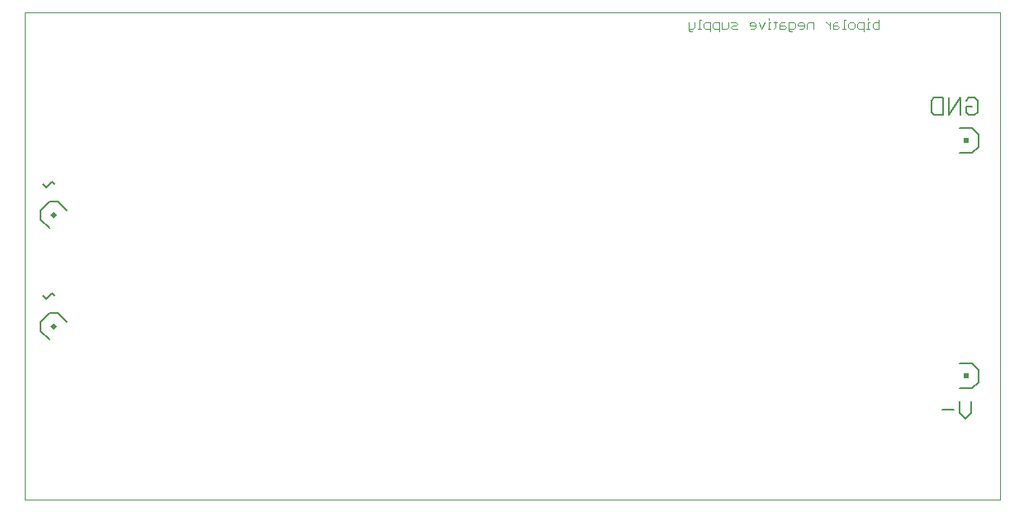
<source format=gbo>
G75*
%MOIN*%
%OFA0B0*%
%FSLAX25Y25*%
%IPPOS*%
%LPD*%
%AMOC8*
5,1,8,0,0,1.08239X$1,22.5*
%
%ADD10C,0.00300*%
%ADD11C,0.00600*%
%ADD12C,0.00000*%
%ADD13C,0.00800*%
%ADD14R,0.02000X0.02000*%
%ADD15R,0.02000X0.02000*%
D10*
X0273141Y0200555D02*
X0273758Y0199938D01*
X0274375Y0199938D01*
X0273141Y0200555D02*
X0273141Y0203641D01*
X0273141Y0201172D02*
X0274993Y0201172D01*
X0275610Y0201789D01*
X0275610Y0203641D01*
X0277448Y0204875D02*
X0277448Y0201172D01*
X0278065Y0201172D02*
X0276831Y0201172D01*
X0279280Y0201789D02*
X0279897Y0201172D01*
X0281748Y0201172D01*
X0281748Y0199938D02*
X0281748Y0203641D01*
X0279897Y0203641D01*
X0279280Y0203024D01*
X0279280Y0201789D01*
X0278065Y0204875D02*
X0277448Y0204875D01*
X0282963Y0203024D02*
X0282963Y0201789D01*
X0283580Y0201172D01*
X0285432Y0201172D01*
X0286646Y0201172D02*
X0286646Y0203641D01*
X0285432Y0203641D02*
X0283580Y0203641D01*
X0282963Y0203024D01*
X0285432Y0203641D02*
X0285432Y0199938D01*
X0286646Y0201172D02*
X0288497Y0201172D01*
X0289115Y0201789D01*
X0289115Y0203641D01*
X0290329Y0203641D02*
X0292181Y0203641D01*
X0292798Y0203024D01*
X0292181Y0202407D01*
X0290946Y0202407D01*
X0290329Y0201789D01*
X0290946Y0201172D01*
X0292798Y0201172D01*
X0297695Y0202407D02*
X0300164Y0202407D01*
X0300164Y0203024D02*
X0299547Y0203641D01*
X0298313Y0203641D01*
X0297695Y0203024D01*
X0297695Y0202407D01*
X0298313Y0201172D02*
X0299547Y0201172D01*
X0300164Y0201789D01*
X0300164Y0203024D01*
X0301378Y0203641D02*
X0302613Y0201172D01*
X0303847Y0203641D01*
X0305685Y0203641D02*
X0305685Y0201172D01*
X0305068Y0201172D02*
X0306303Y0201172D01*
X0307524Y0201172D02*
X0308141Y0201789D01*
X0308141Y0204258D01*
X0308758Y0203641D02*
X0307524Y0203641D01*
X0306303Y0203641D02*
X0305685Y0203641D01*
X0305685Y0204875D02*
X0305685Y0205493D01*
X0309972Y0203024D02*
X0310590Y0203641D01*
X0311824Y0203641D01*
X0311824Y0202407D02*
X0309972Y0202407D01*
X0309972Y0203024D02*
X0309972Y0201172D01*
X0311824Y0201172D01*
X0312441Y0201789D01*
X0311824Y0202407D01*
X0313656Y0203641D02*
X0313656Y0200555D01*
X0314273Y0199938D01*
X0314890Y0199938D01*
X0315507Y0201172D02*
X0313656Y0201172D01*
X0315507Y0201172D02*
X0316124Y0201789D01*
X0316124Y0203024D01*
X0315507Y0203641D01*
X0313656Y0203641D01*
X0317339Y0203024D02*
X0317339Y0202407D01*
X0319808Y0202407D01*
X0319808Y0203024D02*
X0319190Y0203641D01*
X0317956Y0203641D01*
X0317339Y0203024D01*
X0317956Y0201172D02*
X0319190Y0201172D01*
X0319808Y0201789D01*
X0319808Y0203024D01*
X0321022Y0203024D02*
X0321639Y0203641D01*
X0323491Y0203641D01*
X0323491Y0201172D01*
X0321022Y0201172D02*
X0321022Y0203024D01*
X0328392Y0203641D02*
X0329009Y0203641D01*
X0330243Y0202407D01*
X0331457Y0202407D02*
X0333309Y0202407D01*
X0333926Y0201789D01*
X0333309Y0201172D01*
X0331457Y0201172D01*
X0331457Y0203024D01*
X0332075Y0203641D01*
X0333309Y0203641D01*
X0335764Y0204875D02*
X0335764Y0201172D01*
X0335147Y0201172D02*
X0336382Y0201172D01*
X0337596Y0201789D02*
X0337596Y0203024D01*
X0338213Y0203641D01*
X0339448Y0203641D01*
X0340065Y0203024D01*
X0340065Y0201789D01*
X0339448Y0201172D01*
X0338213Y0201172D01*
X0337596Y0201789D01*
X0336382Y0204875D02*
X0335764Y0204875D01*
X0330243Y0203641D02*
X0330243Y0201172D01*
X0341279Y0201789D02*
X0341896Y0201172D01*
X0343748Y0201172D01*
X0344969Y0201172D02*
X0346203Y0201172D01*
X0345586Y0201172D02*
X0345586Y0203641D01*
X0346203Y0203641D01*
X0347418Y0203024D02*
X0348035Y0203641D01*
X0349887Y0203641D01*
X0349887Y0204875D02*
X0349887Y0201172D01*
X0348035Y0201172D01*
X0347418Y0201789D01*
X0347418Y0203024D01*
X0345586Y0204875D02*
X0345586Y0205493D01*
X0343748Y0203641D02*
X0341896Y0203641D01*
X0341279Y0203024D01*
X0341279Y0201789D01*
X0343748Y0199938D02*
X0343748Y0203641D01*
D11*
X0372238Y0173328D02*
X0375741Y0173328D01*
X0375741Y0166322D01*
X0372238Y0166322D01*
X0371070Y0167490D01*
X0371070Y0172161D01*
X0372238Y0173328D01*
X0378068Y0173328D02*
X0378068Y0166322D01*
X0382739Y0173328D01*
X0382739Y0166322D01*
X0385066Y0167490D02*
X0385066Y0169825D01*
X0387401Y0169825D01*
X0385066Y0167490D02*
X0386234Y0166322D01*
X0388569Y0166322D01*
X0389737Y0167490D01*
X0389737Y0172161D01*
X0388569Y0173328D01*
X0386234Y0173328D01*
X0385066Y0172161D01*
X0387237Y0050828D02*
X0387237Y0046158D01*
X0384901Y0043822D01*
X0382566Y0046158D01*
X0382566Y0050828D01*
X0380239Y0047325D02*
X0375568Y0047325D01*
X0017237Y0093328D02*
X0016069Y0094496D01*
X0013734Y0092161D01*
X0012566Y0093328D01*
X0013734Y0137161D02*
X0012566Y0138328D01*
X0013734Y0137161D02*
X0016069Y0139496D01*
X0017237Y0138328D01*
D12*
X0005037Y0207873D02*
X0005037Y0011022D01*
X0398737Y0011022D01*
X0398737Y0207873D01*
X0005037Y0207873D01*
D13*
X0015080Y0131326D02*
X0018615Y0131326D01*
X0022151Y0127790D01*
X0015080Y0131326D02*
X0011544Y0127790D01*
X0011544Y0124254D01*
X0015080Y0120719D01*
X0015080Y0086326D02*
X0018615Y0086326D01*
X0022151Y0082790D01*
X0015080Y0086326D02*
X0011544Y0082790D01*
X0011544Y0079254D01*
X0015080Y0075719D01*
X0382537Y0066022D02*
X0387537Y0066022D01*
X0390037Y0063522D01*
X0390037Y0058522D01*
X0387537Y0056022D01*
X0382537Y0056022D01*
X0382537Y0151022D02*
X0387537Y0151022D01*
X0390037Y0153522D01*
X0390037Y0158522D01*
X0387537Y0161022D01*
X0382537Y0161022D01*
D14*
G36*
X0018262Y0126022D02*
X0016848Y0124608D01*
X0015434Y0126022D01*
X0016848Y0127436D01*
X0018262Y0126022D01*
G37*
G36*
X0018262Y0081022D02*
X0016848Y0079608D01*
X0015434Y0081022D01*
X0016848Y0082436D01*
X0018262Y0081022D01*
G37*
D15*
X0385037Y0061022D03*
X0385037Y0156022D03*
M02*

</source>
